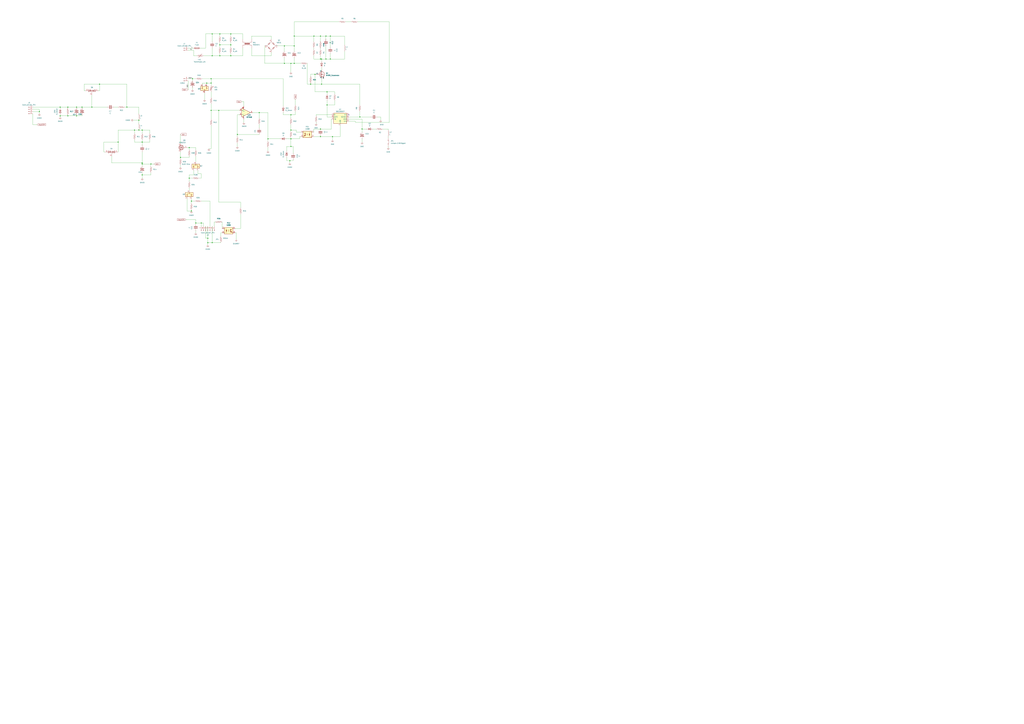
<source format=kicad_sch>
(kicad_sch (version 20250114) (generator "eeschema") (generator_version "9.0")
  (paper "A0")
  (junction (at 78.74 124.46))
  (junction (at 246.38 281.94))
  (junction (at 222.25 245.11))
  (junction (at 219.71 171.45))
  (junction (at 95.25 124.46))
  (junction (at 69.85 134.62))
  (junction (at 378.46 68.58))
  (junction (at 300.99 130.81))
  (junction (at 175.26 190.5))
  (junction (at 246.38 39.37))
  (junction (at 341.63 53.34))
  (junction (at 373.38 68.58))
  (junction (at 240.03 96.52))
  (junction (at 69.85 124.46))
  (junction (at 209.55 182.88))
  (junction (at 161.29 151.13))
  (junction (at 227.33 259.08))
  (junction (at 372.11 68.58))
  (junction (at 372.11 158.75))
  (junction (at 115.57 97.79))
  (junction (at 137.16 165.1))
  (junction (at 330.2 73.66))
  (junction (at 88.9 124.46))
  (junction (at 106.68 124.46))
  (junction (at 147.32 124.46))
  (junction (at 267.97 64.77))
  (junction (at 330.2 53.34))
  (junction (at 255.27 52.07))
  (junction (at 165.1 189.23))
  (junction (at 337.82 170.18))
  (junction (at 336.55 186.69))
  (junction (at 267.97 52.07))
  (junction (at 417.83 135.89))
  (junction (at 241.3 276.86))
  (junction (at 245.11 96.52))
  (junction (at 45.72 129.54))
  (junction (at 341.63 41.91))
  (junction (at 165.1 165.1))
  (junction (at 372.11 149.86))
  (junction (at 383.54 68.58))
  (junction (at 341.63 73.66))
  (junction (at 88.9 134.62))
  (junction (at 219.71 207.01))
  (junction (at 78.74 134.62))
  (junction (at 161.29 139.7))
  (junction (at 156.21 151.13))
  (junction (at 372.11 41.91))
  (junction (at 383.54 41.91))
  (junction (at 365.76 86.36))
  (junction (at 267.97 39.37))
  (junction (at 165.1 151.13))
  (junction (at 373.38 97.79))
  (junction (at 254 128.27))
  (junction (at 255.27 39.37))
  (junction (at 245.11 91.44))
  (junction (at 386.08 158.75))
  (junction (at 255.27 64.77))
  (junction (at 337.82 161.29))
  (junction (at 165.1 203.2))
  (junction (at 245.11 128.27))
  (junction (at 420.37 149.86))
  (junction (at 337.82 133.35))
  (junction (at 360.68 97.79))
  (junction (at 275.59 156.21))
  (junction (at 337.82 151.13))
  (junction (at 223.52 91.44))
  (junction (at 379.73 106.68))
  (junction (at 246.38 64.77))
  (junction (at 311.15 161.29))
  (junction (at 165.1 190.5))
  (junction (at 379.73 121.92))
  (junction (at 378.46 41.91))
  (junction (at 364.49 41.91))
  (junction (at 241.3 281.94))
  (junction (at 337.82 73.66))
  (junction (at 222.25 233.68))
  (junction (at 233.68 259.08))
  (no_connect (at 405.13 133.35))
  (wire (pts (xy 137.16 151.13) (xy 137.16 165.1)))
  (wire (pts (xy 388.62 106.68) (xy 388.62 109.22)))
  (wire (pts (xy 217.17 245.11) (xy 222.25 245.11)))
  (wire (pts (xy 341.63 73.66) (xy 337.82 73.66)))
  (wire (pts (xy 417.83 135.89) (xy 430.53 135.89)))
  (wire (pts (xy 236.22 259.08) (xy 236.22 262.89)))
  (wire (pts (xy 45.72 127) (xy 45.72 129.54)))
  (wire (pts (xy 246.38 64.77) (xy 255.27 64.77)))
  (wire (pts (xy 383.54 62.23) (xy 383.54 68.58)))
  (wire (pts (xy 245.11 146.05) (xy 245.11 172.72)))
  (wire (pts (xy 224.79 198.12) (xy 224.79 203.2)))
  (wire (pts (xy 279.4 248.92) (xy 279.4 265.43)))
  (wire (pts (xy 330.2 53.34) (xy 341.63 53.34)))
  (wire (pts (xy 378.46 53.34) (xy 378.46 68.58)))
  (wire (pts (xy 223.52 101.6) (xy 223.52 104.14)))
  (wire (pts (xy 233.68 233.68) (xy 243.84 233.68)))
  (wire (pts (xy 209.55 191.77) (xy 209.55 194.31)))
  (wire (pts (xy 227.33 259.08) (xy 227.33 260.35)))
  (wire (pts (xy 379.73 116.84) (xy 379.73 121.92)))
  (wire (pts (xy 420.37 149.86) (xy 425.45 149.86)))
  (wire (pts (xy 218.44 104.14) (xy 218.44 93.98)))
  (wire (pts (xy 364.49 41.91) (xy 372.11 41.91)))
  (wire (pts (xy 340.36 186.69) (xy 336.55 186.69)))
  (wire (pts (xy 129.54 181.61) (xy 129.54 189.23)))
  (wire (pts (xy 78.74 124.46) (xy 69.85 124.46)))
  (wire (pts (xy 384.81 135.89) (xy 379.73 135.89)))
  (wire (pts (xy 147.32 97.79) (xy 115.57 97.79)))
  (wire (pts (xy 342.9 115.57) (xy 342.9 121.92)))
  (wire (pts (xy 336.55 186.69) (xy 336.55 189.23)))
  (wire (pts (xy 292.1 64.77) (xy 314.96 64.77)))
  (wire (pts (xy 245.11 91.44) (xy 234.95 91.44)))
  (wire (pts (xy 275.59 166.37) (xy 275.59 170.18)))
  (wire (pts (xy 314.96 41.91) (xy 314.96 45.72)))
  (wire (pts (xy 373.38 68.58) (xy 373.38 71.12)))
  (wire (pts (xy 227.33 267.97) (xy 227.33 270.51)))
  (wire (pts (xy 360.68 86.36) (xy 365.76 86.36)))
  (wire (pts (xy 69.85 134.62) (xy 69.85 135.89)))
  (wire (pts (xy 337.82 151.13) (xy 337.82 152.4)))
  (wire (pts (xy 340.36 185.42) (xy 340.36 186.69)))
  (wire (pts (xy 365.76 86.36) (xy 367.03 86.36)))
  (wire (pts (xy 175.26 190.5) (xy 179.07 190.5)))
  (wire (pts (xy 229.87 201.93) (xy 233.68 201.93)))
  (wire (pts (xy 337.82 161.29) (xy 347.98 161.29)))
  (wire (pts (xy 311.15 171.45) (xy 311.15 175.26)))
  (wire (pts (xy 209.55 156.21) (xy 209.55 166.37)))
  (wire (pts (xy 254 234.95) (xy 279.4 234.95)))
  (wire (pts (xy 283.21 118.11) (xy 280.67 118.11)))
  (wire (pts (xy 255.27 52.07) (xy 255.27 54.61)))
  (wire (pts (xy 245.11 106.68) (xy 245.11 113.03)))
  (wire (pts (xy 241.3 262.89) (xy 241.3 276.86)))
  (wire (pts (xy 38.1 144.78) (xy 43.18 144.78)))
  (wire (pts (xy 256.54 270.51) (xy 257.81 270.51)))
  (wire (pts (xy 97.79 97.79) (xy 115.57 97.79)))
  (wire (pts (xy 238.76 39.37) (xy 246.38 39.37)))
  (wire (pts (xy 173.99 162.56) (xy 173.99 165.1)))
  (wire (pts (xy 450.85 158.75) (xy 450.85 160.02)))
  (wire (pts (xy 165.1 189.23) (xy 165.1 190.5)))
  (wire (pts (xy 336.55 186.69) (xy 332.74 186.69)))
  (wire (pts (xy 95.25 124.46) (xy 95.25 125.73)))
  (wire (pts (xy 341.63 73.66) (xy 349.25 73.66)))
  (wire (pts (xy 433.07 149.86) (xy 436.88 149.86)))
  (wire (pts (xy 218.44 91.44) (xy 223.52 91.44)))
  (wire (pts (xy 441.96 139.7) (xy 441.96 135.89)))
  (wire (pts (xy 209.55 182.88) (xy 209.55 184.15)))
  (wire (pts (xy 175.26 200.66) (xy 175.26 203.2)))
  (wire (pts (xy 400.05 68.58) (xy 383.54 68.58)))
  (wire (pts (xy 137.16 165.1) (xy 120.65 165.1)))
  (wire (pts (xy 256.54 281.94) (xy 246.38 281.94)))
  (wire (pts (xy 223.52 91.44) (xy 223.52 93.98)))
  (wire (pts (xy 241.3 276.86) (xy 241.3 281.94)))
  (wire (pts (xy 383.54 41.91) (xy 378.46 41.91)))
  (wire (pts (xy 245.11 91.44) (xy 245.11 96.52)))
  (wire (pts (xy 147.32 124.46) (xy 161.29 124.46)))
  (wire (pts (xy 45.72 129.54) (xy 45.72 132.08)))
  (wire (pts (xy 349.25 153.67) (xy 344.17 153.67)))
  (wire (pts (xy 246.38 55.88) (xy 246.38 64.77)))
  (wire (pts (xy 147.32 124.46) (xy 147.32 97.79)))
  (wire (pts (xy 245.11 120.65) (xy 245.11 128.27)))
  (wire (pts (xy 165.1 151.13) (xy 161.29 151.13)))
  (wire (pts (xy 219.71 218.44) (xy 219.71 220.98)))
  (wire (pts (xy 267.97 39.37) (xy 267.97 41.91)))
  (wire (pts (xy 242.57 172.72) (xy 245.11 172.72)))
  (wire (pts (xy 238.76 55.88) (xy 238.76 39.37)))
  (wire (pts (xy 337.82 73.66) (xy 330.2 73.66)))
  (wire (pts (xy 405.13 138.43) (xy 420.37 138.43)))
  (wire (pts (xy 438.15 135.89) (xy 441.96 135.89)))
  (wire (pts (xy 137.16 151.13) (xy 156.21 151.13)))
  (wire (pts (xy 347.98 161.29) (xy 347.98 158.75)))
  (wire (pts (xy 452.12 142.24) (xy 452.12 25.4)))
  (wire (pts (xy 274.32 270.51) (xy 274.32 278.13)))
  (wire (pts (xy 219.71 171.45) (xy 217.17 171.45)))
  (wire (pts (xy 372.11 68.58) (xy 364.49 68.58)))
  (wire (pts (xy 254 128.27) (xy 254 234.95)))
  (wire (pts (xy 400.05 52.07) (xy 400.05 41.91)))
  (wire (pts (xy 227.33 91.44) (xy 223.52 91.44)))
  (wire (pts (xy 78.74 134.62) (xy 88.9 134.62)))
  (wire (pts (xy 219.71 210.82) (xy 219.71 207.01)))
  (wire (pts (xy 173.99 151.13) (xy 165.1 151.13)))
  (wire (pts (xy 275.59 133.35) (xy 278.13 133.35)))
  (wire (pts (xy 165.1 203.2) (xy 165.1 207.01)))
  (wire (pts (xy 344.17 153.67) (xy 344.17 151.13)))
  (wire (pts (xy 332.74 161.29) (xy 337.82 161.29)))
  (wire (pts (xy 233.68 259.08) (xy 236.22 259.08)))
  (wire (pts (xy 337.82 133.35) (xy 342.9 133.35)))
  (wire (pts (xy 120.65 176.53) (xy 121.92 176.53)))
  (wire (pts (xy 233.68 259.08) (xy 233.68 262.89)))
  (wire (pts (xy 165.1 165.1) (xy 173.99 165.1)))
  (wire (pts (xy 218.44 55.88) (xy 224.79 55.88)))
  (wire (pts (xy 405.13 140.97) (xy 412.75 140.97)))
  (wire (pts (xy 450.85 151.13) (xy 450.85 149.86)))
  (wire (pts (xy 340.36 170.18) (xy 337.82 170.18)))
  (wire (pts (xy 257.81 257.81) (xy 257.81 265.43)))
  (wire (pts (xy 78.74 133.35) (xy 78.74 134.62)))
  (wire (pts (xy 222.25 243.84) (xy 222.25 245.11)))
  (wire (pts (xy 165.1 176.53) (xy 165.1 189.23)))
  (wire (pts (xy 360.68 97.79) (xy 373.38 97.79)))
  (wire (pts (xy 165.1 200.66) (xy 165.1 203.2)))
  (wire (pts (xy 267.97 64.77) (xy 267.97 62.23)))
  (wire (pts (xy 154.94 139.7) (xy 161.29 139.7)))
  (wire (pts (xy 222.25 233.68) (xy 226.06 233.68)))
  (wire (pts (xy 224.79 64.77) (xy 228.6 64.77)))
  (wire (pts (xy 88.9 124.46) (xy 95.25 124.46)))
  (wire (pts (xy 115.57 97.79) (xy 115.57 105.41)))
  (wire (pts (xy 279.4 234.95) (xy 279.4 241.3)))
  (wire (pts (xy 367.03 134.62) (xy 367.03 133.35)))
  (wire (pts (xy 88.9 134.62) (xy 95.25 134.62)))
  (wire (pts (xy 281.94 64.77) (xy 267.97 64.77)))
  (wire (pts (xy 367.03 133.35) (xy 384.81 133.35)))
  (wire (pts (xy 255.27 62.23) (xy 255.27 64.77)))
  (wire (pts (xy 420.37 165.1) (xy 420.37 161.29)))
  (wire (pts (xy 378.46 41.91) (xy 372.11 41.91)))
  (wire (pts (xy 452.12 25.4) (xy 415.29 25.4)))
  (wire (pts (xy 307.34 73.66) (xy 330.2 73.66)))
  (wire (pts (xy 332.74 170.18) (xy 337.82 170.18)))
  (wire (pts (xy 281.94 39.37) (xy 281.94 45.72)))
  (wire (pts (xy 240.03 96.52) (xy 240.03 97.79)))
  (wire (pts (xy 218.44 58.42) (xy 224.79 58.42)))
  (wire (pts (xy 97.79 105.41) (xy 97.79 97.79)))
  (wire (pts (xy 38.1 132.08) (xy 38.1 144.78)))
  (wire (pts (xy 256.54 274.32) (xy 256.54 270.51)))
  (wire (pts (xy 232.41 55.88) (xy 238.76 55.88)))
  (wire (pts (xy 341.63 67.31) (xy 341.63 73.66)))
  (wire (pts (xy 384.81 138.43) (xy 384.81 149.86)))
  (wire (pts (xy 165.1 203.2) (xy 175.26 203.2)))
  (wire (pts (xy 275.59 133.35) (xy 275.59 156.21)))
  (wire (pts (xy 165.1 190.5) (xy 165.1 193.04)))
  (wire (pts (xy 330.2 67.31) (xy 330.2 73.66)))
  (wire (pts (xy 78.74 125.73) (xy 78.74 124.46)))
  (wire (pts (xy 341.63 25.4) (xy 393.7 25.4)))
  (wire (pts (xy 364.49 158.75) (xy 372.11 158.75)))
  (wire (pts (xy 255.27 64.77) (xy 267.97 64.77)))
  (wire (pts (xy 383.54 68.58) (xy 378.46 68.58)))
  (wire (pts (xy 311.15 161.29) (xy 325.12 161.29)))
  (wire (pts (xy 267.97 52.07) (xy 267.97 54.61)))
  (wire (pts (xy 412.75 142.24) (xy 452.12 142.24)))
  (wire (pts (xy 219.71 181.61) (xy 219.71 182.88)))
  (wire (pts (xy 132.08 124.46) (xy 137.16 124.46)))
  (wire (pts (xy 233.68 207.01) (xy 231.14 207.01)))
  (wire (pts (xy 224.79 64.77) (xy 224.79 58.42)))
  (wire (pts (xy 378.46 68.58) (xy 373.38 68.58)))
  (wire (pts (xy 88.9 125.73) (xy 88.9 124.46)))
  (wire (pts (xy 236.22 64.77) (xy 246.38 64.77)))
  (wire (pts (xy 120.65 165.1) (xy 120.65 176.53)))
  (wire (pts (xy 341.63 25.4) (xy 341.63 41.91)))
  (wire (pts (xy 219.71 171.45) (xy 227.33 171.45)))
  (wire (pts (xy 386.08 162.56) (xy 386.08 158.75)))
  (wire (pts (xy 379.73 121.92) (xy 388.62 121.92)))
  (wire (pts (xy 156.21 165.1) (xy 156.21 162.56)))
  (wire (pts (xy 279.4 265.43) (xy 273.05 265.43)))
  (wire (pts (xy 227.33 181.61) (xy 227.33 187.96)))
  (wire (pts (xy 69.85 133.35) (xy 69.85 134.62)))
  (wire (pts (xy 401.32 25.4) (xy 407.67 25.4)))
  (wire (pts (xy 267.97 39.37) (xy 281.94 39.37)))
  (wire (pts (xy 161.29 139.7) (xy 161.29 143.51)))
  (wire (pts (xy 281.94 55.88) (xy 281.94 64.77)))
  (wire (pts (xy 383.54 54.61) (xy 383.54 41.91)))
  (wire (pts (xy 246.38 48.26) (xy 246.38 39.37)))
  (wire (pts (xy 95.25 133.35) (xy 95.25 134.62)))
  (wire (pts (xy 364.49 48.26) (xy 364.49 41.91)))
  (wire (pts (xy 95.25 124.46) (xy 106.68 124.46)))
  (wire (pts (xy 347.98 158.75) (xy 349.25 158.75)))
  (wire (pts (xy 356.87 97.79) (xy 356.87 73.66)))
  (wire (pts (xy 311.15 130.81) (xy 300.99 130.81)))
  (wire (pts (xy 38.1 129.54) (xy 45.72 129.54)))
  (wire (pts (xy 420.37 138.43) (xy 420.37 149.86)))
  (wire (pts (xy 245.11 128.27) (xy 254 128.27)))
  (wire (pts (xy 332.74 175.26) (xy 332.74 170.18)))
  (wire (pts (xy 106.68 124.46) (xy 106.68 110.49)))
  (wire (pts (xy 175.26 193.04) (xy 175.26 190.5)))
  (wire (pts (xy 246.38 262.89) (xy 246.38 281.94)))
  (wire (pts (xy 367.03 143.51) (xy 367.03 142.24)))
  (wire (pts (xy 219.71 207.01) (xy 219.71 203.2)))
  (wire (pts (xy 237.49 107.95) (xy 237.49 115.57)))
  (wire (pts (xy 372.11 48.26) (xy 372.11 41.91)))
  (wire (pts (xy 344.17 151.13) (xy 337.82 151.13)))
  (wire (pts (xy 248.92 257.81) (xy 248.92 262.89)))
  (wire (pts (xy 417.83 121.92) (xy 417.83 97.79)))
  (wire (pts (xy 364.49 55.88) (xy 364.49 57.15)))
  (wire (pts (xy 332.74 186.69) (xy 332.74 182.88)))
  (wire (pts (xy 209.55 182.88) (xy 219.71 182.88)))
  (wire (pts (xy 337.82 73.66) (xy 337.82 83.82)))
  (wire (pts (xy 245.11 138.43) (xy 245.11 128.27)))
  (wire (pts (xy 365.76 106.68) (xy 379.73 106.68)))
  (wire (pts (xy 420.37 149.86) (xy 420.37 153.67)))
  (wire (pts (xy 292.1 45.72) (xy 292.1 41.91)))
  (wire (pts (xy 364.49 149.86) (xy 372.11 149.86)))
  (wire (pts (xy 405.13 135.89) (xy 417.83 135.89)))
  (wire (pts (xy 254 128.27) (xy 278.13 128.27)))
  (wire (pts (xy 88.9 133.35) (xy 88.9 134.62)))
  (wire (pts (xy 38.1 124.46) (xy 69.85 124.46)))
  (wire (pts (xy 255.27 49.53) (xy 255.27 52.07)))
  (wire (pts (xy 222.25 236.22) (xy 222.25 233.68)))
  (wire (pts (xy 156.21 154.94) (xy 156.21 151.13)))
  (wire (pts (xy 373.38 78.74) (xy 373.38 81.28)))
  (wire (pts (xy 379.73 135.89) (xy 379.73 121.92)))
  (wire (pts (xy 245.11 91.44) (xy 328.93 91.44)))
  (wire (pts (xy 337.82 170.18) (xy 337.82 161.29)))
  (wire (pts (xy 300.99 144.78) (xy 300.99 148.59)))
  (wire (pts (xy 274.32 270.51) (xy 273.05 270.51)))
  (wire (pts (xy 300.99 156.21) (xy 275.59 156.21)))
  (wire (pts (xy 417.83 129.54) (xy 417.83 135.89)))
  (wire (pts (xy 241.3 281.94) (xy 241.3 284.48)))
  (wire (pts (xy 373.38 91.44) (xy 373.38 97.79)))
  (wire (pts (xy 250.19 257.81) (xy 248.92 257.81)))
  (wire (pts (xy 165.1 165.1) (xy 156.21 165.1)))
  (wire (pts (xy 337.82 160.02) (xy 337.82 161.29)))
  (wire (pts (xy 292.1 55.88) (xy 292.1 64.77)))
  (wire (pts (xy 165.1 165.1) (xy 165.1 168.91)))
  (wire (pts (xy 243.84 233.68) (xy 243.84 262.89)))
  (wire (pts (xy 173.99 154.94) (xy 173.99 151.13)))
  (wire (pts (xy 378.46 45.72) (xy 378.46 41.91)))
  (wire (pts (xy 356.87 97.79) (xy 360.68 97.79)))
  (wire (pts (xy 360.68 88.9) (xy 360.68 86.36)))
  (wire (pts (xy 328.93 133.35) (xy 337.82 133.35)))
  (wire (pts (xy 219.71 173.99) (xy 219.71 171.45)))
  (wire (pts (xy 340.36 177.8) (xy 340.36 170.18)))
  (wire (pts (xy 283.21 138.43) (xy 283.21 142.24)))
  (wire (pts (xy 328.93 91.44) (xy 328.93 123.19)))
  (wire (pts (xy 379.73 106.68) (xy 388.62 106.68)))
  (wire (pts (xy 209.55 176.53) (xy 209.55 182.88)))
  (wire (pts (xy 412.75 140.97) (xy 412.75 142.24)))
  (wire (pts (xy 400.05 41.91) (xy 383.54 41.91)))
  (wire (pts (xy 106.68 124.46) (xy 124.46 124.46)))
  (wire (pts (xy 372.11 64.77) (xy 372.11 68.58)))
  (wire (pts (xy 311.15 161.29) (xy 311.15 163.83)))
  (wire (pts (xy 388.62 121.92) (xy 388.62 116.84)))
  (wire (pts (xy 341.63 41.91) (xy 364.49 41.91)))
  (wire (pts (xy 245.11 96.52) (xy 245.11 99.06)))
  (wire (pts (xy 115.57 105.41) (xy 114.3 105.41)))
  (wire (pts (xy 341.63 41.91) (xy 341.63 53.34)))
  (wire (pts (xy 365.76 86.36) (xy 365.76 106.68)))
  (wire (pts (xy 373.38 68.58) (xy 372.11 68.58)))
  (wire (pts (xy 38.1 127) (xy 45.72 127)))
  (wire (pts (xy 229.87 198.12) (xy 229.87 201.93)))
  (wire (pts (xy 328.93 130.81) (xy 328.93 133.35)))
  (wire (pts (xy 69.85 124.46) (xy 69.85 125.73)))
  (wire (pts (xy 234.95 96.52) (xy 240.03 96.52)))
  (wire (pts (xy 400.05 59.69) (xy 400.05 68.58)))
  (wire (pts (xy 144.78 124.46) (xy 147.32 124.46)))
  (wire (pts (xy 165.1 189.23) (xy 129.54 189.23)))
  (wire (pts (xy 292.1 41.91) (xy 314.96 41.91)))
  (wire (pts (xy 384.81 149.86) (xy 372.11 149.86)))
  (wire (pts (xy 379.73 109.22) (xy 379.73 106.68)))
  (wire (pts (xy 165.1 190.5) (xy 175.26 190.5)))
  (wire (pts (xy 255.27 39.37) (xy 255.27 41.91)))
  (wire (pts (xy 165.1 154.94) (xy 165.1 151.13)))
  (wire (pts (xy 219.71 207.01) (xy 223.52 207.01)))
  (wire (pts (xy 88.9 124.46) (xy 78.74 124.46)))
  (wire (pts (xy 322.58 53.34) (xy 330.2 53.34)))
  (wire (pts (xy 267.97 39.37) (xy 255.27 39.37)))
  (wire (pts (xy 307.34 53.34) (xy 307.34 73.66)))
  (wire (pts (xy 233.68 201.93) (xy 233.68 207.01)))
  (wire (pts (xy 240.03 96.52) (xy 245.11 96.52)))
  (wire (pts (xy 450.85 149.86) (xy 444.5 149.86)))
  (wire (pts (xy 300.99 130.81) (xy 300.99 137.16)))
  (wire (pts (xy 342.9 133.35) (xy 342.9 129.54)))
  (wire (pts (xy 372.11 158.75) (xy 386.08 158.75)))
  (wire (pts (xy 337.82 144.78) (xy 337.82 151.13)))
  (wire (pts (xy 227.33 255.27) (xy 227.33 259.08)))
  (wire (pts (xy 215.9 255.27) (xy 227.33 255.27)))
  (wire (pts (xy 373.38 97.79) (xy 417.83 97.79)))
  (wire (pts (xy 217.17 231.14) (xy 217.17 245.11)))
  (wire (pts (xy 246.38 39.37) (xy 255.27 39.37)))
  (wire (pts (xy 227.33 259.08) (xy 233.68 259.08)))
  (wire (pts (xy 78.74 134.62) (xy 69.85 134.62)))
  (wire (pts (xy 275.59 158.75) (xy 275.59 156.21)))
  (wire (pts (xy 227.33 173.99) (xy 227.33 171.45)))
  (wire (pts (xy 156.21 151.13) (xy 161.29 151.13)))
  (wire (pts (xy 165.1 162.56) (xy 165.1 165.1)))
  (wire (pts (xy 219.71 203.2) (xy 224.79 203.2)))
  (wire (pts (xy 283.21 123.19) (xy 283.21 118.11)))
  (wire (pts (xy 450.85 170.18) (xy 450.85 171.45)))
  (wire (pts (xy 161.29 132.08) (xy 161.29 124.46)))
  (wire (pts (xy 372.11 157.48) (xy 372.11 158.75)))
  (wire (pts (xy 386.08 158.75) (xy 394.97 158.75)))
  (wire (pts (xy 300.99 130.81) (xy 293.37 130.81)))
  (wire (pts (xy 341.63 53.34) (xy 341.63 59.69)))
  (wire (pts (xy 330.2 53.34) (xy 330.2 59.69)))
  (wire (pts (xy 222.25 231.14) (xy 222.25 233.68)))
  (wire (pts (xy 364.49 153.67) (xy 364.49 149.86)))
  (wire (pts (xy 314.96 64.77) (xy 314.96 60.96)))
  (wire (pts (xy 267.97 49.53) (xy 267.97 52.07)))
  (wire (pts (xy 97.79 105.41) (xy 99.06 105.41)))
  (wire (pts (xy 372.11 55.88) (xy 372.11 57.15)))
  (wire (pts (xy 137.16 176.53) (xy 137.16 165.1)))
  (wire (pts (xy 311.15 161.29) (xy 311.15 130.81)))
  (wire (pts (xy 234.95 97.79) (xy 234.95 96.52)))
  (wire (pts (xy 246.38 281.94) (xy 241.3 281.94)))
  (wire (pts (xy 238.76 276.86) (xy 241.3 276.86)))
  (wire (pts (xy 360.68 96.52) (xy 360.68 97.79)))
  (wire (pts (xy 255.27 52.07) (xy 267.97 52.07)))
  (wire (pts (xy 238.76 262.89) (xy 238.76 276.86)))
  (wire (pts (xy 394.97 146.05) (xy 394.97 158.75)))
  (wire (pts (xy 364.49 64.77) (xy 364.49 68.58)))
  (wire (pts (xy 337.82 133.35) (xy 337.82 137.16)))
  (label "led-" (at 218.44 101.6 90))
  (label "L" (at 222.25 55.88 0))
  (label "led+" (at 223.52 91.44 180))
  (label "N" (at 220.98 58.42 0))
  (global_label "led+" (shape input) (at 179.07 190.5 0) (property "Intersheetrefs" "${INTERSHEET_REFS}" (effects (hide yes))))
  (global_label "Vout12V" (shape input) (at 215.9 255.27 180) (property "Intersheetrefs" "${INTERSHEET_REFS}" (effects (hide yes))))
  (global_label "led-" (shape input) (at 218.44 104.14 180) (property "Intersheetrefs" "${INTERSHEET_REFS}" (effects (hide yes))))
  (global_label "Vcc" (shape input) (at 280.67 118.11 180) (property "Intersheetrefs" "${INTERSHEET_REFS}" (effects (hide yes))))
  (global_label "led-" (shape input) (at 209.55 156.21 0) (property "Intersheetrefs" "${INTERSHEET_REFS}" (effects (hide yes))))
  (global_label "Vout12V" (shape input) (at 43.18 144.78 0) (property "Intersheetrefs" "${INTERSHEET_REFS}" (effects (hide yes))))
  (global_label "Vcc" (shape input) (at 342.9 115.57 90) (property "Intersheetrefs" "${INTERSHEET_REFS}" (effects (hide yes))))
  (symbol (lib_id "Device:R_US") (at 173.99 158.75 0) (unit 1)
    (property "Reference" "R36" (at 176.53 158.7499 0) (effects (justify left)))
    (property "Value" "R_US" (effects (hide yes)))
    (property "Description" "Resistor, US symbol" (effects (hide yes)))
  )
  (symbol (lib_id "Device:C") (at 128.27 124.46 270) (mirror x) (unit 1)
    (property "Reference" "C7" (at 128.016 129.286 90))
    (property "Value" "C" (at 128.016 131.826 90))
    (property "Description" "Unpolarized capacitor" (effects (hide yes)))
  )
  (symbol (lib_id "Isolator:Optocoupler_DC_PhotoNPN_AKEC") (at 356.87 156.21 0) (mirror y) (unit 1)
    (property "Reference" "PC1" (at 356.87 147.32 0))
    (property "Value" "1008" (at 356.87 149.86 0))
    (property "Description" "Generic DC optocoupler with NPN phototransistor output, pins order: anode/cathode/emitter/collector" (effects (hide yes)))
  )
  (symbol (lib_id "Device:R_US") (at 440.69 149.86 90) (unit 1)
    (property "Reference" "R2" (at 441.198 153.924 90))
    (property "Value" "R_US" (effects (hide yes)))
    (property "Description" "Resistor, US symbol" (effects (hide yes)))
  )
  (symbol (lib_id "power:GND3") (at 283.21 142.24 0) (mirror y) (unit 1)
    (property "Reference" "#PWR013" (effects (hide yes)))
    (property "Value" "GND3" (at 283.464 146.812 0))
    (property "Description" "Power symbol creates a global label with name \"GND3\" , ground" (effects (hide yes)))
  )
  (symbol (lib_id "Device:R_US") (at 342.9 125.73 180) (unit 1)
    (property "Reference" "R24" (at 346.71 125.73 90))
    (property "Value" "R_US" (effects (hide yes)))
    (property "Description" "Resistor, US symbol" (effects (hide yes)))
  )
  (symbol (lib_id "Device:R_US") (at 417.83 125.73 0) (unit 1)
    (property "Reference" "R8" (at 414.02 125.73 90))
    (property "Value" "R_US" (effects (hide yes)))
    (property "Description" "Resistor, US symbol" (effects (hide yes)))
  )
  (symbol (lib_id "Device:R_US") (at 411.48 25.4 90) (unit 1)
    (property "Reference" "R6" (at 411.48 21.59 90))
    (property "Value" "R_US" (effects (hide yes)))
    (property "Description" "Resistor, US symbol" (effects (hide yes)))
  )
  (symbol (lib_id "Device:L") (at 161.29 135.89 0) (unit 1)
    (property "Reference" "L3" (at 162.56 134.6199 0) (effects (justify left)))
    (property "Value" "L" (at 162.56 137.1599 0) (effects (justify left)))
    (property "Description" "Inductor" (effects (hide yes)))
  )
  (symbol (lib_id "Device:R_US") (at 229.87 233.68 90) (unit 1)
    (property "Reference" "R29" (at 229.87 229.87 90))
    (property "Value" "R_US" (effects (hide yes)))
    (property "Description" "Resistor, US symbol" (effects (hide yes)))
  )
  (symbol (lib_id "power:GND3") (at 222.25 245.11 0) (mirror y) (unit 1)
    (property "Reference" "#PWR09" (effects (hide yes)))
    (property "Value" "GND3" (at 222.25 250.19 0))
    (property "Description" "Power symbol creates a global label with name \"GND3\" , ground" (effects (hide yes)))
  )
  (symbol (lib_id "Device:D") (at 328.93 161.29 0) (unit 1)
    (property "Reference" "D5" (at 328.93 154.94 0))
    (property "Value" "D" (at 328.93 157.48 0))
    (property "Description" "Diode" (effects (hide yes)))
    (property "Sim.Device" "D" (effects (hide yes)))
    (property "Sim.Pins" "1=K 2=A" (effects (hide yes)))
  )
  (symbol (lib_id "power:GND3") (at 69.85 135.89 0) (mirror y) (unit 1)
    (property "Reference" "#PWR010" (effects (hide yes)))
    (property "Value" "GND3" (at 69.85 140.97 0))
    (property "Description" "Power symbol creates a global label with name \"GND3\" , ground" (effects (hide yes)))
  )
  (symbol (lib_id "Transformer:TRANSF1") (at 287.02 50.8 90) (unit 1)
    (property "Reference" "TR1" (at 293.37 49.5299 90) (effects (justify right)))
    (property "Value" "TRANSF1" (at 293.37 52.0699 90) (effects (justify right)))
  )
  (symbol (lib_id "power:GND3") (at 45.72 132.08 0) (mirror y) (unit 1)
    (property "Reference" "#PWR014" (effects (hide yes)))
    (property "Value" "GND3" (at 45.72 137.16 0))
    (property "Description" "Power symbol creates a global label with name \"GND3\" , ground" (effects (hide yes)))
  )
  (symbol (lib_id "Device:R_US") (at 231.14 91.44 270) (unit 1)
    (property "Reference" "R19" (at 231.14 87.63 90))
    (property "Value" "R_US" (effects (hide yes)))
    (property "Description" "Resistor, US symbol" (effects (hide yes)))
  )
  (symbol (lib_id "power:GND3") (at 237.49 115.57 0) (mirror y) (unit 1)
    (property "Reference" "#PWR08" (effects (hide yes)))
    (property "Value" "GND3" (at 237.49 120.65 0))
    (property "Description" "Power symbol creates a global label with name \"GND3\" , ground" (effects (hide yes)))
  )
  (symbol (lib_id "power:GND3") (at 242.57 172.72 0) (mirror y) (unit 1)
    (property "Reference" "#PWR07" (effects (hide yes)))
    (property "Value" "GND3" (at 242.57 177.8 0))
    (property "Description" "Power symbol creates a global label with name \"GND3\" , ground" (effects (hide yes)))
  )
  (symbol (lib_id "Device:Fuse") (at 228.6 55.88 90) (unit 1)
    (property "Reference" "F1" (at 228.6 49.53 90))
    (property "Value" "Fuse" (at 228.6 52.07 90))
    (property "Description" "Fuse" (effects (hide yes)))
  )
  (symbol (lib_id "Device:C") (at 300.99 152.4 180) (unit 1)
    (property "Reference" "C5" (at 296.164 152.4 90))
    (property "Value" "C" (effects (hide yes)))
    (property "Description" "Unpolarized capacitor" (effects (hide yes)))
  )
  (symbol (lib_id "Simulation_SPICE:NMOS_Substrate") (at 370.84 86.36 0) (unit 1)
    (property "Reference" "Q1" (at 378.46 85.0899 0) (effects (justify left)))
    (property "Value" "NMOS_Substrate" (at 378.46 87.6299 0) (effects (justify left)))
    (property "Datasheet" "https://ngspice.sourceforge.io/docs/ngspice-html-manual/manual.xhtml#cha_MOSFETs" (effects (hide yes)))
    (property "Description" "N-channel MOSFET symbol with substrate (bulk) pin" (effects (hide yes)))
    (property "Sim.Device" "NMOS" (effects (hide yes)))
    (property "Sim.Type" "MOS1" (effects (hide yes)))
    (property "Sim.Pins" "1=D 2=G 3=S 4=B" (effects (hide yes)))
  )
  (symbol (lib_id "Connector:Conn_01x07_Pin") (at 241.3 267.97 270) (mirror x) (unit 1)
    (property "Reference" "J2" (at 241.3 273.05 90))
    (property "Value" "Conn_01x07_Pin" (at 241.3 270.51 90))
    (property "Description" "Generic connector, single row, 01x07, script generated" (effects (hide yes)))
  )
  (symbol (lib_id "Device:D") (at 429.26 149.86 0) (unit 1)
    (property "Reference" "D2" (at 429.26 143.51 0))
    (property "Value" "D" (at 429.26 146.05 0))
    (property "Description" "Diode" (effects (hide yes)))
    (property "Sim.Device" "D" (effects (hide yes)))
    (property "Sim.Pins" "1=K 2=A" (effects (hide yes)))
  )
  (symbol (lib_id "Jumper:Jumper_2_Bridged") (at 450.85 165.1 270) (unit 1)
    (property "Reference" "JP1" (at 453.39 163.8299 90) (effects (justify left)))
    (property "Value" "Jumper_2_Bridged" (at 453.39 166.3699 90) (effects (justify left)))
    (property "Description" "Jumper, 2-pole, closed/bridged" (effects (hide yes)))
  )
  (symbol (lib_id "power:GNDREF") (at 274.32 278.13 0) (mirror y) (unit 1)
    (property "Reference" "#PWR012" (effects (hide yes)))
    (property "Value" "GNDREF" (at 274.32 283.21 0))
    (property "Description" "Power symbol creates a global label with name \"GNDREF\" , reference supply ground" (effects (hide yes)))
  )
  (symbol (lib_id "Device:L") (at 161.29 147.32 0) (unit 1)
    (property "Reference" "L4" (at 162.56 146.0499 0) (effects (justify left)))
    (property "Value" "L" (at 162.56 148.5899 0) (effects (justify left)))
    (property "Description" "Inductor" (effects (hide yes)))
  )
  (symbol (lib_id "power:GND") (at 367.03 143.51 0) (unit 1)
    (property "Reference" "#PWR04" (effects (hide yes)))
    (property "Value" "GND" (at 367.03 148.59 0))
    (property "Description" "Power symbol creates a global label with name \"GND\" , ground" (effects (hide yes)))
  )
  (symbol (lib_id "Device:C") (at 372.11 153.67 180) (unit 1)
    (property "Reference" "C2" (at 376.936 153.416 90))
    (property "Value" "C" (at 379.476 153.416 90))
    (property "Description" "Unpolarized capacitor" (effects (hide yes)))
  )
  (symbol (lib_id "Device:D_Zener") (at 332.74 179.07 270) (unit 1)
    (property "Reference" "ZD2" (at 326.39 179.07 0))
    (property "Value" "D_Zener" (at 328.93 179.07 0))
    (property "Description" "Zener diode" (effects (hide yes)))
  )
  (symbol (lib_id "Isolator:Optocoupler_DC_PhotoNPN_AKEC") (at 265.43 267.97 0) (unit 1)
    (property "Reference" "PC2" (at 265.43 259.08 0))
    (property "Value" "1008" (at 265.43 261.62 0))
    (property "Description" "Generic DC optocoupler with NPN phototransistor output, pins order: anode/cathode/emitter/collector" (effects (hide yes)))
  )
  (symbol (lib_id "Device:C_Polarized_US") (at 341.63 63.5 0) (unit 1)
    (property "Reference" "EC2" (at 345.44 61.5949 0) (effects (justify left)))
    (property "Value" "C_Polarized_US" (effects (hide yes)))
    (property "Description" "Polarized capacitor, US symbol" (effects (hide yes)))
  )
  (symbol (lib_id "Device:R_US") (at 222.25 240.03 0) (unit 1)
    (property "Reference" "R30" (at 224.79 240.0299 0) (effects (justify left)))
    (property "Value" "R_US" (effects (hide yes)))
    (property "Description" "Resistor, US symbol" (effects (hide yes)))
  )
  (symbol (lib_id "Device:R_US") (at 372.11 52.07 0) (unit 1)
    (property "Reference" "R18" (at 375.92 52.07 90))
    (property "Value" "R_US" (effects (hide yes)))
    (property "Description" "Resistor, US symbol" (effects (hide yes)))
  )
  (symbol (lib_id "Device:C_Polarized_US") (at 165.1 196.85 0) (unit 1)
    (property "Reference" "EC5" (at 160.782 200.152 0) (effects (justify left)))
    (property "Value" "C_Polarized_US" (effects (hide yes)))
    (property "Description" "Polarized capacitor, US symbol" (effects (hide yes)))
  )
  (symbol (lib_id "power:GND3") (at 209.55 194.31 0) (mirror y) (unit 1)
    (property "Reference" "#PWR016" (effects (hide yes)))
    (property "Value" "GND3" (at 209.55 199.39 0))
    (property "Description" "Power symbol creates a global label with name \"GND3\" , ground" (effects (hide yes)))
  )
  (symbol (lib_id "Transistor_FET:IPD50R3K0CE") (at 212.09 171.45 0) (mirror y) (unit 1)
    (property "Reference" "Q5" (at 215.392 163.068 0) (effects (justify left)))
    (property "Value" "KS6210" (at 215.392 165.608 0) (effects (justify left)))
    (property "Footprint" "Package_TO_SOT_SMD:TO-252-2" (effects (hide yes)))
    (property "Datasheet" "https://www.infineon.com/dgdl/IPx50R3K0CE_2_0.pdf?folderId=db3a3043163797a6011637d4bae7003b&fileId=db3a304339dcf4b10139e7e9ff592ce4" (effects (hide yes)))
    (property "Description" "1.7A Id, 500V Vds, CoolMOS N-Channel Power MOSFET, 3Ohm Ron, 4.3nC Qg (typ), TO-252-2" (effects (hide yes)))
  )
  (symbol (lib_id "Device:R_US") (at 267.97 58.42 0) (unit 1)
    (property "Reference" "R4" (at 270.51 57.1499 0) (effects (justify left)))
    (property "Value" "R_US" (at 270.51 59.6899 0) (effects (justify left)))
    (property "Description" "Resistor, US symbol" (effects (hide yes)))
  )
  (symbol (lib_id "Power_Protection:ESDA5V3L") (at 219.71 226.06 0) (mirror x) (unit 1)
    (property "Reference" "Q3" (at 212.09 225.806 0) (effects (justify left)))
    (property "Value" "ESDA5V3L" (effects (hide yes)))
    (property "Footprint" "Package_TO_SOT_SMD:SOT-23-3" (effects (hide yes)))
    (property "Datasheet" "https://www.st.com/resource/en/datasheet/esdal.pdf" (effects (hide yes)))
    (property "Description" "TVS Diode Array, 5.5V Standoff, 2 Channels, SOT23" (effects (hide yes)))
  )
  (symbol (lib_id "power:GND") (at 450.85 171.45 0) (unit 1)
    (property "Reference" "#PWR06" (effects (hide yes)))
    (property "Value" "GND" (at 450.85 176.53 0))
    (property "Description" "Power symbol creates a global label with name \"GND\" , ground" (effects (hide yes)))
  )
  (symbol (lib_id "Device:R_US") (at 156.21 158.75 0) (unit 1)
    (property "Reference" "R11" (at 158.75 158.7499 0) (effects (justify left)))
    (property "Value" "R_US" (effects (hide yes)))
    (property "Description" "Resistor, US symbol" (effects (hide yes)))
  )
  (symbol (lib_id "Device:D") (at 373.38 74.93 90) (unit 1)
    (property "Reference" "D1" (at 375.92 73.6599 90) (effects (justify right)))
    (property "Value" "D" (at 375.92 76.1999 90) (effects (justify right)))
    (property "Description" "Diode" (effects (hide yes)))
    (property "Sim.Device" "D" (effects (hide yes)))
    (property "Sim.Pins" "1=K 2=A" (effects (hide yes)))
  )
  (symbol (lib_id "Device:C_Polarized_US") (at 223.52 97.79 0) (unit 1)
    (property "Reference" "EC4" (at 227.33 95.8849 0) (effects (justify left)))
    (property "Value" "C_Polarized_US" (effects (hide yes)))
    (property "Description" "Polarized capacitor, US symbol" (effects (hide yes)))
  )
  (symbol (lib_id "Device:R_US") (at 364.49 52.07 0) (unit 1)
    (property "Reference" "R9" (at 368.3 52.07 90))
    (property "Value" "R_US" (effects (hide yes)))
    (property "Description" "Resistor, US symbol" (effects (hide yes)))
  )
  (symbol (lib_id "Device:R_US") (at 255.27 58.42 0) (unit 1)
    (property "Reference" "R2" (at 257.81 57.1499 0) (effects (justify left)))
    (property "Value" "R_US" (at 257.81 59.6899 0) (effects (justify left)))
    (property "Description" "Resistor, US symbol" (effects (hide yes)))
  )
  (symbol (lib_id "Device:Thermistor_US") (at 232.41 64.77 90) (unit 1)
    (property "Reference" "TH1" (at 231.648 69.342 90))
    (property "Value" "Thermistor_US" (at 231.648 71.882 90))
    (property "Description" "Thermistor, temperature dependent resistor, US symbol" (effects (hide yes)))
  )
  (symbol (lib_id "Device:C_Polarized_US") (at 330.2 63.5 0) (unit 1)
    (property "Reference" "EC1" (at 334.01 61.5949 0) (effects (justify left)))
    (property "Value" "C_Polarized_US" (effects (hide yes)))
    (property "Description" "Polarized capacitor, US symbol" (effects (hide yes)))
  )
  (symbol (lib_id "Device:C_Polarized_US") (at 95.25 129.54 0) (unit 1)
    (property "Reference" "EC8" (at 90.932 132.842 0) (effects (justify left)))
    (property "Value" "C_Polarized_US" (effects (hide yes)))
    (property "Description" "Polarized capacitor, US symbol" (effects (hide yes)))
  )
  (symbol (lib_id "Regulator_Linear:LP2988-5.0_SOIC8_VSSOP8") (at 394.97 135.89 0) (unit 1)
    (property "Reference" "U1" (at 394.97 127 0))
    (property "Value" "OB2269CP" (at 394.97 129.54 0))
  )
  (symbol (lib_id "Device:R_US") (at 367.03 138.43 180) (unit 1)
    (property "Reference" "R10" (at 369.57 138.4299 0) (effects (justify right)))
    (property "Value" "R_US" (effects (hide yes)))
    (property "Description" "Resistor, US symbol" (effects (hide yes)))
  )
  (symbol (lib_id "Connector:Conn_01x02_Pin") (at 213.36 55.88 0) (unit 1)
    (property "Reference" "J1" (at 213.995 50.8 0))
    (property "Value" "Conn_01x02_Pin" (at 213.995 53.34 0))
    (property "Description" "Generic connector, single row, 01x02, script generated" (effects (hide yes)))
  )
  (symbol (lib_id "Device:R_US") (at 219.71 214.63 0) (unit 1)
    (property "Reference" "R25" (at 222.25 214.6299 0) (effects (justify left)))
    (property "Value" "R_US" (effects (hide yes)))
    (property "Description" "Resistor, US symbol" (effects (hide yes)))
  )
  (symbol (lib_id "Device:C") (at 340.36 181.61 180) (unit 1)
    (property "Reference" "C10" (at 345.186 181.356 90))
    (property "Value" "C" (at 347.726 181.356 90))
    (property "Description" "Unpolarized capacitor" (effects (hide yes)))
  )
  (symbol (lib_id "power:GND") (at 386.08 162.56 0) (unit 1)
    (property "Reference" "#PWR03" (effects (hide yes)))
    (property "Value" "GND" (at 386.08 167.64 0))
    (property "Description" "Power symbol creates a global label with name \"GND\" , ground" (effects (hide yes)))
  )
  (symbol (lib_id "Device:R_US") (at 353.06 73.66 90) (unit 1)
    (property "Reference" "R3" (at 352.806 76.708 90))
    (property "Value" "R_US" (at 352.806 79.248 90))
    (property "Description" "Resistor, US symbol" (effects (hide yes)))
  )
  (symbol (lib_id "Device:C_Polarized_US") (at 420.37 157.48 0) (unit 1)
    (property "Reference" "EC3" (at 424.18 155.5749 0) (effects (justify left)))
    (property "Value" "C_Polarized_US" (effects (hide yes)))
    (property "Description" "Polarized capacitor, US symbol" (effects (hide yes)))
  )
  (symbol (lib_id "Device:D_Zener_Dual_CommonCathode_AKA") (at 129.54 176.53 0) (mirror y) (unit 1)
    (property "Reference" "D4" (at 129.54 172.72 0))
    (property "Value" "D_Zener_Dual_CommonCathode_AKA" (effects (hide yes)))
    (property "Description" "Dual Zener diode, common cathode on pin 2" (effects (hide yes)))
  )
  (symbol (lib_id "Connector:Conn_01x02_Pin") (at 213.36 93.98 0) (mirror x) (unit 1)
    (property "Reference" "CON3" (at 211.836 96.52 0))
    (property "Value" "LED" (effects (hide yes)))
    (property "Description" "Generic connector, single row, 01x02, script generated" (effects (hide yes)))
  )
  (symbol (lib_id "Device:R_US") (at 219.71 177.8 180) (unit 1)
    (property "Reference" "R38" (at 222.25 177.7999 0) (effects (justify right)))
    (property "Value" "R_US" (effects (hide yes)))
    (property "Description" "Resistor, US symbol" (effects (hide yes)))
  )
  (symbol (lib_id "Device:C") (at 383.54 58.42 0) (unit 1)
    (property "Reference" "C13" (at 391.16 58.42 90))
    (property "Value" "C" (at 388.62 58.42 90))
    (property "Description" "Unpolarized capacitor" (effects (hide yes)))
  )
  (symbol (lib_id "power:GND3") (at 241.3 284.48 0) (mirror y) (unit 1)
    (property "Reference" "#PWR011" (effects (hide yes)))
    (property "Value" "GND3" (at 241.3 289.56 0))
    (property "Description" "Power symbol creates a global label with name \"GND3\" , ground" (effects (hide yes)))
  )
  (symbol (lib_id "Device:R_US") (at 255.27 45.72 0) (unit 1)
    (property "Reference" "R5" (at 257.81 44.4499 0) (effects (justify left)))
    (property "Value" "R_US" (at 257.81 46.9899 0) (effects (justify left)))
    (property "Description" "Resistor, US symbol" (effects (hide yes)))
  )
  (symbol (lib_id "Device:C") (at 227.33 264.16 0) (unit 1)
    (property "Reference" "C11" (at 222.504 264.414 90))
    (property "Value" "C" (at 219.964 264.414 90))
    (property "Description" "Unpolarized capacitor" (effects (hide yes)))
  )
  (symbol (lib_id "Device:D") (at 379.73 113.03 270) (unit 1)
    (property "Reference" "D7" (at 382.27 111.7599 90) (effects (justify left)))
    (property "Value" "D" (at 382.27 114.2999 90) (effects (justify left)))
    (property "Description" "Diode" (effects (hide yes)))
    (property "Sim.Device" "D" (effects (hide yes)))
    (property "Sim.Pins" "1=K 2=A" (effects (hide yes)))
  )
  (symbol (lib_id "power:GND") (at 337.82 83.82 0) (unit 1)
    (property "Reference" "#PWR02" (effects (hide yes)))
    (property "Value" "GND" (at 337.82 88.9 0))
    (property "Description" "Power symbol creates a global label with name \"GND\" , ground" (effects (hide yes)))
  )
  (symbol (lib_id "Power_Protection:ESDA5V3L") (at 237.49 102.87 0) (unit 1)
    (property "Reference" "U3" (at 229.87 103.124 0) (effects (justify left)))
    (property "Value" "ESDA5V3L" (effects (hide yes)))
    (property "Footprint" "Package_TO_SOT_SMD:SOT-23-3" (effects (hide yes)))
    (property "Datasheet" "https://www.st.com/resource/en/datasheet/esdal.pdf" (effects (hide yes)))
    (property "Description" "TVS Diode Array, 5.5V Standoff, 2 Channels, SOT23" (effects (hide yes)))
  )
  (symbol (lib_id "Device:R_US") (at 279.4 245.11 0) (mirror y) (unit 1)
    (property "Reference" "R45" (at 281.94 245.1099 0) (effects (justify right)))
    (property "Value" "0Ohm" (effects (hide yes)))
    (property "Description" "Resistor, US symbol" (effects (hide yes)))
  )
  (symbol (lib_id "Diode_Bridge:W01G") (at 314.96 53.34 0) (unit 1)
    (property "Reference" "D2" (at 323.85 46.9198 0))
    (property "Value" "W01G" (at 323.85 49.4598 0))
    (property "Footprint" "Diode_THT:Diode_Bridge_Round_D9.8mm" (effects (hide yes)))
    (property "Datasheet" "https://www.vishay.com/docs/88769/woo5g.pdf" (effects (hide yes)))
    (property "Description" "Glass Passivated Single-Phase Bridge Rectifier, 70V Vrms, 1.5A If, WOG package" (effects (hide yes)))
  )
  (symbol (lib_id "Device:R_US") (at 372.11 60.96 0) (unit 1)
    (property "Reference" "R1" (at 375.92 60.96 90))
    (property "Value" "R_US" (effects (hide yes)))
    (property "Description" "Resistor, US symbol" (effects (hide yes)))
  )
  (symbol (lib_id "Connector:Conn_01x04_Pin") (at 33.02 127 0) (unit 1)
    (property "Reference" "J3" (at 33.655 119.38 0))
    (property "Value" "Conn_01x04_Pin" (at 33.655 121.92 0))
    (property "Description" "Generic connector, single row, 01x04, script generated" (effects (hide yes)))
  )
  (symbol (lib_id "Device:R_US") (at 275.59 162.56 0) (unit 1)
    (property "Reference" "R44" (at 278.13 162.5599 0) (effects (justify left)))
    (property "Value" "R_US" (effects (hide yes)))
    (property "Description" "Resistor, US symbol" (effects (hide yes)))
  )
  (symbol (lib_id "power:GND3") (at 223.52 104.14 0) (mirror y) (unit 1)
    (property "Reference" "#PWR015" (effects (hide yes)))
    (property "Value" "GND3" (at 223.52 109.22 0))
    (property "Description" "Power symbol creates a global label with name \"GND3\" , ground" (effects (hide yes)))
  )
  (symbol (lib_id "Device:R_US") (at 337.82 156.21 180) (unit 1)
    (property "Reference" "R21" (at 340.36 156.2099 0) (effects (justify right)))
    (property "Value" "R_US" (effects (hide yes)))
    (property "Description" "Resistor, US symbol" (effects (hide yes)))
  )
  (symbol (lib_id "Device:D_Zener") (at 69.85 129.54 270) (unit 1)
    (property "Reference" "ZD3" (at 63.5 129.54 0))
    (property "Value" "D_Zener" (at 66.04 129.54 0))
    (property "Description" "Zener diode" (effects (hide yes)))
  )
  (symbol (lib_id "Device:R_US") (at 267.97 45.72 0) (unit 1)
    (property "Reference" "R6" (at 270.51 44.4499 0) (effects (justify left)))
    (property "Value" "R_US" (at 270.51 46.9899 0) (effects (justify left)))
    (property "Description" "Resistor, US symbol" (effects (hide yes)))
  )
  (symbol (lib_id "Device:L") (at 450.85 154.94 0) (unit 1)
    (property "Reference" "L2" (at 452.12 153.6699 0) (effects (justify left)))
    (property "Value" "L" (at 452.12 156.2099 0) (effects (justify left)))
    (property "Description" "Inductor" (effects (hide yes)))
  )
  (symbol (lib_id "Device:R_US") (at 245.11 116.84 180) (unit 1)
    (property "Reference" "R16" (at 247.65 116.8399 0) (effects (justify right)))
    (property "Value" "R_US" (effects (hide yes)))
    (property "Description" "Resistor, US symbol" (effects (hide yes)))
  )
  (symbol (lib_id "Device:C") (at 246.38 52.07 0) (unit 1)
    (property "Reference" "C2" (at 250.19 50.7999 0) (effects (justify left)))
    (property "Value" "C" (at 250.19 53.3399 0) (effects (justify left)))
    (property "Description" "Unpolarized capacitor" (effects (hide yes)))
  )
  (symbol (lib_id "Device:D_Zener") (at 328.93 127 90) (unit 1)
    (property "Reference" "ZD1" (at 331.47 125.7299 90) (effects (justify right)))
    (property "Value" "D_Zener" (at 331.47 128.2699 90) (effects (justify right)))
    (property "Description" "Zener diode" (effects (hide yes)))
  )
  (symbol (lib_id "Device:R_US") (at 254 257.81 270) (mirror x) (unit 1)
    (property "Reference" "R35" (at 254 254 90))
    (property "Value" "R_US" (effects (hide yes)))
    (property "Description" "Resistor, US symbol" (effects (hide yes)))
  )
  (symbol (lib_id "Power_Protection:ESDA5V3L") (at 227.33 193.04 180) (unit 1)
    (property "Reference" "Q2" (at 234.95 192.786 0) (effects (justify left)))
    (property "Value" "ESDA5V3L" (effects (hide yes)))
    (property "Footprint" "Package_TO_SOT_SMD:SOT-23-3" (effects (hide yes)))
    (property "Datasheet" "https://www.st.com/resource/en/datasheet/esdal.pdf" (effects (hide yes)))
    (property "Description" "TVS Diode Array, 5.5V Standoff, 2 Channels, SOT23" (effects (hide yes)))
  )
  (symbol (lib_id "Device:R_US") (at 175.26 196.85 0) (unit 1)
    (property "Reference" "R14" (at 177.8 196.8499 0) (effects (justify left)))
    (property "Value" "R_US" (effects (hide yes)))
    (property "Description" "Resistor, US symbol" (effects (hide yes)))
  )
  (symbol (lib_id "Device:R_US") (at 300.99 140.97 0) (unit 1)
    (property "Reference" "R15" (at 303.53 140.9699 0) (effects (justify left)))
    (property "Value" "R_US" (effects (hide yes)))
    (property "Description" "Resistor, US symbol" (effects (hide yes)))
  )
  (symbol (lib_id "Device:R_US") (at 397.51 25.4 90) (unit 1)
    (property "Reference" "R5" (at 397.51 21.59 90))
    (property "Value" "R_US" (effects (hide yes)))
    (property "Description" "Resistor, US symbol" (effects (hide yes)))
  )
  (symbol (lib_id "Amplifier_Operational:AD8606ARM") (at 285.75 130.81 0) (unit 3)
    (property "Reference" "U3" (effects (hide yes)))
    (property "Value" "DP358" (effects (hide yes)))
    (property "Footprint" "Package_SO:MSOP-8_3x3mm_P0.65mm" (effects (hide yes)))
    (property "Datasheet" "https://www.analog.com/media/en/technical-documentation/data-sheets/AD8605_8606_8608.pdf" (effects (hide yes)))
    (property "Description" "Dual Precision Low Noise, Low Input Bias Current, Wide Bandwidth Operational Amplifiers, MSOP-8" (effects (hide yes)))
  )
  (symbol (lib_id "Device:R_US") (at 256.54 278.13 0) (mirror x) (unit 1)
    (property "Reference" "JP4" (at 254 278.1299 0) (effects (justify right)))
    (property "Value" "0Ohm" (at 259.08 276.8601 0) (effects (justify left)))
    (property "Description" "Resistor, US symbol" (effects (hide yes)))
  )
  (symbol (lib_id "Device:R_US") (at 311.15 167.64 0) (unit 1)
    (property "Reference" "R11" (at 313.69 167.6399 0) (effects (justify left)))
    (property "Value" "R_US" (effects (hide yes)))
    (property "Description" "Resistor, US symbol" (effects (hide yes)))
  )
  (symbol (lib_id "Device:R_US") (at 78.74 129.54 0) (mirror y) (unit 1)
    (property "Reference" "R17" (at 81.28 129.5399 0) (effects (justify right)))
    (property "Value" "R_US" (effects (hide yes)))
    (property "Description" "Resistor, US symbol" (effects (hide yes)))
  )
  (symbol (lib_id "Device:R_US") (at 227.33 177.8 180) (unit 1)
    (property "Reference" "R26" (at 229.87 177.7999 0) (effects (justify right)))
    (property "Value" "R_US" (effects (hide yes)))
    (property "Description" "Resistor, US symbol" (effects (hide yes)))
  )
  (symbol (lib_id "Device:C") (at 434.34 135.89 90) (unit 1)
    (property "Reference" "C1" (at 434.34 128.27 90))
    (property "Value" "C" (at 434.34 130.81 90))
    (property "Description" "Unpolarized capacitor" (effects (hide yes)))
  )
  (symbol (lib_id "power:GND3") (at 311.15 175.26 0) (mirror y) (unit 1)
    (property "Reference" "#PWR022" (effects (hide yes)))
    (property "Value" "GND3" (at 311.15 180.34 0))
    (property "Description" "Power symbol creates a global label with name \"GND3\" , ground" (effects (hide yes)))
  )
  (symbol (lib_id "Device:R_US") (at 388.62 113.03 180) (unit 1)
    (property "Reference" "R9" (at 391.16 113.0299 0) (effects (justify right)))
    (property "Value" "R_US" (effects (hide yes)))
    (property "Description" "Resistor, US symbol" (effects (hide yes)))
  )
  (symbol (lib_id "Device:D_Zener_Dual_CommonCathode_AKA") (at 106.68 105.41 0) (mirror y) (unit 1)
    (property "Reference" "D6" (at 106.68 101.6 0))
    (property "Value" "D_Zener_Dual_CommonCathode_AKA" (effects (hide yes)))
    (property "Description" "Dual Zener diode, common cathode on pin 2" (effects (hide yes)))
  )
  (symbol (lib_id "power:GND3") (at 275.59 170.18 0) (mirror y) (unit 1)
    (property "Reference" "#PWR021" (effects (hide yes)))
    (property "Value" "GND3" (at 275.59 175.26 0))
    (property "Description" "Power symbol creates a global label with name \"GND3\" , ground" (effects (hide yes)))
  )
  (symbol (lib_id "Device:R_US") (at 227.33 207.01 270) (unit 1)
    (property "Reference" "R28" (at 227.33 203.2 90))
    (property "Value" "R_US" (effects (hide yes)))
    (property "Description" "Resistor, US symbol" (effects (hide yes)))
  )
  (symbol (lib_id "Device:R_US") (at 165.1 158.75 0) (unit 1)
    (property "Reference" "R12" (at 167.64 158.7499 0) (effects (justify left)))
    (property "Value" "R_US" (effects (hide yes)))
    (property "Description" "Resistor, US symbol" (effects (hide yes)))
  )
  (symbol (lib_id "Device:R_US") (at 337.82 140.97 180) (unit 1)
    (property "Reference" "R32" (at 340.36 140.9699 0) (effects (justify right)))
    (property "Value" "R_US" (effects (hide yes)))
    (property "Description" "Resistor, US symbol" (effects (hide yes)))
  )
  (symbol (lib_id "Device:R_US") (at 360.68 92.71 180) (unit 1)
    (property "Reference" "R34" (at 363.22 92.7099 0) (effects (justify right)))
    (property "Value" "R_US" (effects (hide yes)))
    (property "Description" "Resistor, US symbol" (effects (hide yes)))
  )
  (symbol (lib_id "power:GND") (at 441.96 139.7 0) (unit 1)
    (property "Reference" "#PWR01" (effects (hide yes)))
    (property "Value" "GND" (at 443.23 144.78 0))
    (property "Description" "Power symbol creates a global label with name \"GND\" , ground" (effects (hide yes)))
  )
  (symbol (lib_id "power:GND3") (at 336.55 189.23 0) (mirror y) (unit 1)
    (property "Reference" "#PWR020" (effects (hide yes)))
    (property "Value" "GND3" (at 336.55 194.31 0))
    (property "Description" "Power symbol creates a global label with name \"GND3\" , ground" (effects (hide yes)))
  )
  (symbol (lib_id "Device:L") (at 400.05 55.88 0) (unit 1)
    (property "Reference" "L1" (at 401.32 54.6099 0) (effects (justify left)))
    (property "Value" "L" (at 401.32 57.1499 0) (effects (justify left)))
    (property "Description" "Inductor" (effects (hide yes)))
  )
  (symbol (lib_id "power:GND3") (at 165.1 207.01 0) (mirror y) (unit 1)
    (property "Reference" "#PWR019" (effects (hide yes)))
    (property "Value" "GND3" (at 165.1 212.09 0))
    (property "Description" "Power symbol creates a global label with name \"GND3\" , ground" (effects (hide yes)))
  )
  (symbol (lib_id "Device:R_US") (at 140.97 124.46 270) (unit 1)
    (property "Reference" "R22" (at 140.97 128.27 90))
    (property "Value" "R_US" (effects (hide yes)))
    (property "Description" "Resistor, US symbol" (effects (hide yes)))
  )
  (symbol (lib_id "Amplifier_Operational:AD8606ARM") (at 285.75 130.81 0) (unit 1)
    (property "Reference" "U2" (at 289.306 133.604 0))
    (property "Value" "DP358" (at 289.306 136.144 0))
    (property "Footprint" "Package_SO:MSOP-8_3x3mm_P0.65mm" (effects (hide yes)))
    (property "Datasheet" "https://www.analog.com/media/en/technical-documentation/data-sheets/AD8605_8606_8608.pdf" (effects (hide yes)))
    (property "Description" "Dual Precision Low Noise, Low Input Bias Current, Wide Bandwidth Operational Amplifiers, MSOP-8" (effects (hide yes)))
  )
  (symbol (lib_id "Device:C") (at 165.1 172.72 0) (mirror y) (unit 1)
    (property "Reference" "C4" (at 169.926 172.974 90))
    (property "Value" "C" (at 172.466 172.974 90))
    (property "Description" "Unpolarized capacitor" (effects (hide yes)))
  )
  (symbol (lib_id "power:GND") (at 420.37 165.1 0) (unit 1)
    (property "Reference" "#PWR05" (effects (hide yes)))
    (property "Value" "GND" (at 420.37 170.18 0))
    (property "Description" "Power symbol creates a global label with name \"GND\" , ground" (effects (hide yes)))
  )
  (symbol (lib_id "Device:R_US") (at 364.49 60.96 0) (unit 1)
    (property "Reference" "R7" (at 368.3 60.96 90))
    (property "Value" "R_US" (effects (hide yes)))
    (property "Description" "Resistor, US symbol" (effects (hide yes)))
  )
  (symbol (lib_id "Device:C_Polarized_US") (at 88.9 129.54 0) (unit 1)
    (property "Reference" "EC7" (at 84.582 133.096 0) (effects (justify left)))
    (property "Value" "C_Polarized_US" (effects (hide yes)))
    (property "Description" "Polarized capacitor, US symbol" (effects (hide yes)))
  )
  (symbol (lib_id "power:GND3") (at 227.33 270.51 0) (mirror y) (unit 1)
    (property "Reference" "#PWR017" (effects (hide yes)))
    (property "Value" "GND3" (at 227.33 275.59 0))
    (property "Description" "Power symbol creates a global label with name \"GND3\" , ground" (effects (hide yes)))
  )
  (symbol (lib_id "Device:R_US") (at 245.11 142.24 180) (unit 1)
    (property "Reference" "R43" (at 247.65 142.2399 0) (effects (justify right)))
    (property "Value" "R_US" (effects (hide yes)))
    (property "Description" "Resistor, US symbol" (effects (hide yes)))
  )
  (symbol (lib_id "power:GND3") (at 154.94 139.7 270) (mirror x) (unit 1)
    (property "Reference" "#PWR018" (effects (hide yes)))
    (property "Value" "GND3" (at 151.13 139.6999 90) (effects (justify right)))
    (property "Description" "Power symbol creates a global label with name \"GND3\" , ground" (effects (hide yes)))
  )
  (symbol (lib_id "Device:R_Variable_US") (at 245.11 102.87 0) (unit 1)
    (property "Reference" "RT1" (at 248.92 101.5618 0) (effects (justify left)))
    (property "Value" "10k" (at 248.92 104.1018 0) (effects (justify left)))
    (property "Description" "Variable resistor, US symbol" (effects (hide yes)))
  )
  (symbol (lib_id "Device:R_US") (at 209.55 187.96 180) (unit 1)
    (property "Reference" "R20" (at 212.09 187.9599 0) (effects (justify right)))
    (property "Value" "0.02 Ohm" (at 220.98 190.754 0) (effects (justify left)))
    (property "Description" "Resistor, US symbol" (effects (hide yes)))
  )
  (symbol (lib_id "Device:C") (at 378.46 49.53 0) (unit 1)
    (property "Reference" "C12" (at 386.08 49.53 90))
    (property "Value" "C" (at 383.54 49.53 90))
    (property "Description" "Unpolarized capacitor" (effects (hide yes)))
  )
)
</source>
